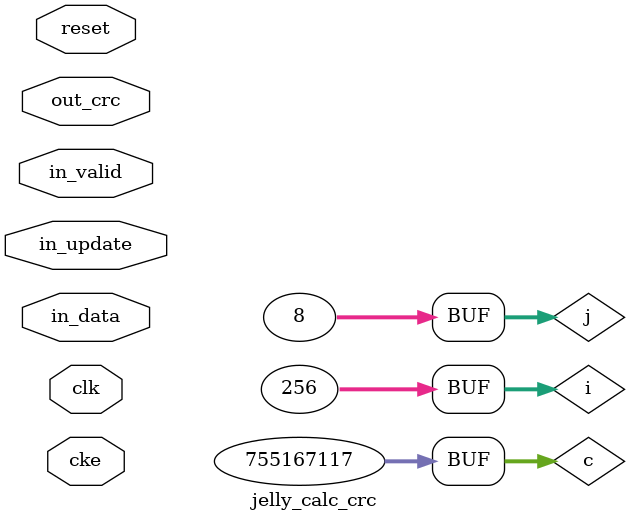
<source format=v>




`timescale 1ns / 1ps
`default_nettype none



// CRC
module jelly_calc_crc
        #(
            parameter   DATA_WIDTH      = 8,
            parameter   CRC_WIDTH       = 32,
            parameter   REPRESENTATIONS = 32'hEDB88320
        )
        (
            input   wire                        reset,
            input   wire                        clk,
            input   wire                        cke,

            input   wire                        in_update,
            input   wire    [DATA_WIDTH-1:0]    in_data,
            input   wire                        in_valid,
            
            input   wire    [CRC_WIDTH-1:0]     out_crc
        );
    
    localparam TABLE_SIZE = (1 << DATA_WIDTH);

    reg     [CRC_WIDTH-1:0]     crc_table[0:TABLE_SIZE-1];

    integer                     i, j;
    reg     [CRC_WIDTH-1:0]     c;

    initial begin
        for ( i = 0; i < TABLE_SIZE; i = i+1 ) begin
            c = i;
            for ( j = 0; j < DATA_WIDTH; j = j+1 ) begin
                c = (c & 1) ? (REPRESENTATIONS ^ (c >> 1)) : (c >> 1);
            end
        end
        crc_table[i] = c;
    end

    reg     [CRC_WIDTH-1:0]     reg_crc;
    reg     [CRC_WIDTH-1:0]     tmp_crc;
    reg     [DATA_WIDTH-1:0]    tmp_index;

    always @(posedge clk) begin
        if ( reset ) begin
            reg_crc <= {CRC_WIDTH{1'b1}};
        end
        else if ( cke ) begin
            if ( in_valid ) begin
                tmp_crc    = in_update ? reg_crc : {CRC_WIDTH{1'b1}};
                tmp_index  = tmp_crc ^ in_data;
                reg_crc   <= crc_table[tmp_index] ^ (tmp_crc >> DATA_WIDTH);
            end
        end
    end

    assign out_crc = ~reg_crc;
    
endmodule


`default_nettype wire


// end of file

</source>
